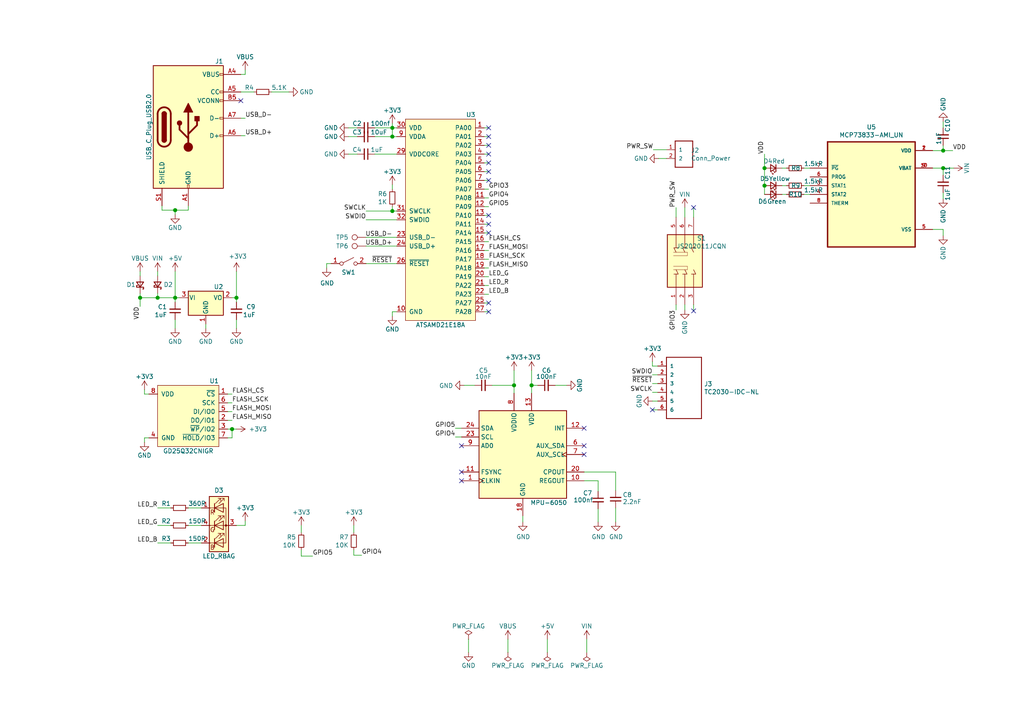
<source format=kicad_sch>
(kicad_sch (version 20200827) (generator eeschema)
  (page 1 1)
  (paper "A4")
  (title_block (title "WheelieLogger") (rev "2"))
  (lib_symbols
    (symbol "B2B-PH-SM4-TB_LF__SN_:B2B-PH-SM4-TB(LF)(SN)" (pin_names (offset 1.016))
      (property "Reference" "J" (at -2.54 3.048 0))
      (property "Value" "B2B-PH-SM4-TB(LF)(SN)" (at -2.54 -7.62 0))
      (symbol "B2B-PH-SM4-TB(LF)(SN)_0_0"
        (pin passive line (at -5.08 0 0) (length 2.54) (name "1") (number "1"))
        (pin passive line (at -5.08 -2.54 0) (length 2.54) (name "2") (number "2"))
      )
    )
    (symbol "Connector:TestPoint" (pin_numbers hide) (pin_names (offset 0.762) hide)
      (property "Reference" "TP" (at 0 6.858 0))
      (property "Value" "TestPoint" (at 0 5.08 0))
      (symbol "TestPoint_1_1"
        (pin passive line (at 0 0 90) (length 2.54) (name "1") (number "1"))
      )
    )
    (symbol "Connector:USB_C_Plug_USB2.0" (pin_names (offset 1.016))
      (property "Reference" "P" (at -10.16 19.05 0))
      (property "Value" "USB_C_Plug_USB2.0" (at 12.7 19.05 0))
      (symbol "USB_C_Plug_USB2.0_1_1"
        (pin power_in line (at 0 -22.86 90) (length 5.08) (name "GND") (number "A1"))
        (pin passive line (at 0 -22.86 90) (length 5.08) hide (name "GND") (number "A12"))
        (pin power_in line (at 15.24 15.24 180) (length 5.08) (name "VBUS") (number "A4"))
        (pin bidirectional line (at 15.24 10.16 180) (length 5.08) (name "CC") (number "A5"))
        (pin bidirectional line (at 15.24 -2.54 180) (length 5.08) (name "D+") (number "A6"))
        (pin bidirectional line (at 15.24 2.54 180) (length 5.08) (name "D-") (number "A7"))
        (pin passive line (at 15.24 15.24 180) (length 5.08) hide (name "VBUS") (number "A9"))
        (pin passive line (at 0 -22.86 90) (length 5.08) hide (name "GND") (number "B1"))
        (pin passive line (at 0 -22.86 90) (length 5.08) hide (name "GND") (number "B12"))
        (pin passive line (at 15.24 15.24 180) (length 5.08) hide (name "VBUS") (number "B4"))
        (pin bidirectional line (at 15.24 7.62 180) (length 5.08) (name "VCONN") (number "B5"))
        (pin passive line (at 15.24 15.24 180) (length 5.08) hide (name "VBUS") (number "B9"))
        (pin passive line (at -7.62 -22.86 90) (length 5.08) (name "SHIELD") (number "S1"))
      )
    )
    (symbol "Device:C_Small" (pin_numbers hide) (pin_names (offset 0.254) hide)
      (property "Reference" "C" (at 0.254 1.778 0))
      (property "Value" "C_Small" (at 0.254 -2.032 0))
      (symbol "C_Small_1_1"
        (pin passive line (at 0 2.54 270) (length 2.032) (name "~") (number "1"))
        (pin passive line (at 0 -2.54 90) (length 2.032) (name "~") (number "2"))
      )
    )
    (symbol "Device:D_Schottky_Small" (pin_numbers hide) (pin_names (offset 0.254) hide)
      (property "Reference" "D" (at -1.27 2.032 0))
      (property "Value" "D_Schottky_Small" (at -7.112 -2.032 0))
      (symbol "D_Schottky_Small_1_1"
        (pin passive line (at -2.54 0 0) (length 1.778) (name "K") (number "1"))
        (pin passive line (at 2.54 0 180) (length 1.778) (name "A") (number "2"))
      )
    )
    (symbol "Device:LED_Small" (pin_numbers hide) (pin_names (offset 0.254) hide)
      (property "Reference" "D" (at -1.27 3.175 0))
      (property "Value" "LED_Small" (at -4.445 -2.54 0))
      (symbol "LED_Small_1_1"
        (pin passive line (at -2.54 0 0) (length 1.778) (name "K") (number "1"))
        (pin passive line (at 2.54 0 180) (length 1.778) (name "A") (number "2"))
      )
    )
    (symbol "Device:R_Small" (pin_numbers hide) (pin_names (offset 0.254) hide)
      (property "Reference" "R" (at 0.762 0.508 0))
      (property "Value" "R_Small" (at 0.762 -1.016 0))
      (symbol "R_Small_1_1"
        (pin passive line (at 0 2.54 270) (length 0.762) (name "~") (number "1"))
        (pin passive line (at 0 -2.54 90) (length 0.762) (name "~") (number "2"))
      )
    )
    (symbol "JS202011JCQN:JS202011JCQN_1" (pin_names (offset 1.016) hide)
      (property "Reference" "S" (at -7.62 6.35 0))
      (property "Value" "JS202011JCQN" (at -7.62 -6.35 0))
      (symbol "JS202011JCQN_1_0_0"
        (pin passive line (at -12.7 2.54 0) (length 5.08) (name "~") (number "1"))
        (pin passive line (at -12.7 0 0) (length 5.08) (name "~") (number "2"))
        (pin passive line (at -12.7 -2.54 0) (length 5.08) (name "~") (number "3"))
        (pin passive line (at 12.7 2.54 180) (length 5.08) (name "~") (number "5"))
        (pin passive line (at 12.7 0 180) (length 5.08) (name "~") (number "6"))
        (pin passive line (at 12.7 -2.54 180) (length 5.08) (name "~") (number "7"))
      )
    )
    (symbol "MCP73833-AMI_UN:MCP73833-AMI_UN" (pin_names (offset 1.016))
      (property "Reference" "U" (at -12.7 16.2306 0))
      (property "Value" "MCP73833-AMI_UN" (at -12.7 -19.2278 0))
      (symbol "MCP73833-AMI_UN_0_0"
        (pin input line (at -17.78 7.62 0) (length 5.08) (name "~PG") (number "7"))
        (pin input line (at -17.78 5.08 0) (length 5.08) (name "PROG") (number "6"))
        (pin input line (at -17.78 2.54 0) (length 5.08) (name "STAT1") (number "3"))
        (pin input line (at -17.78 0 0) (length 5.08) (name "STAT2") (number "4"))
        (pin input line (at -17.78 -2.54 0) (length 5.08) (name "THERM") (number "8"))
        (pin power_in line (at 17.78 12.7 180) (length 5.08) (name "VDD") (number "1"))
        (pin power_in line (at 17.78 12.7 180) (length 5.08) (name "VDD") (number "2"))
        (pin output line (at 17.78 7.62 180) (length 5.08) (name "VBAT") (number "10"))
        (pin output line (at 17.78 7.62 180) (length 5.08) (name "VBAT") (number "9"))
        (pin power_in line (at 17.78 -10.16 180) (length 5.08) (name "VSS") (number "5"))
      )
    )
    (symbol "Regulator_Linear:MCP1700-3302E_SOT23" (pin_names (offset 0.254))
      (property "Reference" "U" (at -3.81 3.175 0))
      (property "Value" "MCP1700-3302E_SOT23" (at 0 3.175 0))
      (symbol "MCP1700-3302E_SOT23_1_1"
        (pin power_in line (at 0 -7.62 90) (length 2.54) (name "GND") (number "1"))
        (pin power_out line (at 7.62 0 180) (length 2.54) (name "VO") (number "2"))
        (pin power_in line (at -7.62 0 0) (length 2.54) (name "VI") (number "3"))
      )
    )
    (symbol "Sensor_Motion:MPU-6050"
      (property "Reference" "U" (at -11.43 13.97 0))
      (property "Value" "MPU-6050" (at 7.62 -13.97 0))
      (symbol "MPU-6050_1_1"
        (pin input clock (at -17.78 -7.62 0) (length 5.08) (name "CLKIN") (number "1"))
        (pin passive line (at 17.78 -7.62 180) (length 5.08) (name "REGOUT") (number "10"))
        (pin input line (at -17.78 -5.08 0) (length 5.08) (name "FSYNC") (number "11"))
        (pin output line (at 17.78 7.62 180) (length 5.08) (name "INT") (number "12"))
        (pin power_in line (at 2.54 17.78 270) (length 5.08) (name "VDD") (number "13"))
        (pin power_in line (at 0 -17.78 90) (length 5.08) (name "GND") (number "18"))
        (pin passive line (at 17.78 -5.08 180) (length 5.08) (name "CPOUT") (number "20"))
        (pin input line (at -17.78 5.08 0) (length 5.08) (name "SCL") (number "23"))
        (pin bidirectional line (at -17.78 7.62 0) (length 5.08) (name "SDA") (number "24"))
        (pin bidirectional line (at 17.78 2.54 180) (length 5.08) (name "AUX_SDA") (number "6"))
        (pin output clock (at 17.78 0 180) (length 5.08) (name "AUX_SCL") (number "7"))
        (pin power_in line (at -2.54 17.78 270) (length 5.08) (name "VDDIO") (number "8"))
        (pin input line (at -17.78 2.54 0) (length 5.08) (name "AD0") (number "9"))
      )
    )
    (symbol "Switch:SW_SPST" (pin_names (offset 0) hide)
      (property "Reference" "SW" (at 0 3.175 0))
      (property "Value" "SW_SPST" (at 0 -2.54 0))
      (symbol "SW_SPST_1_1"
        (pin passive line (at -5.08 0 0) (length 2.54) (name "A") (number "1"))
        (pin passive line (at 5.08 0 180) (length 2.54) (name "B") (number "2"))
      )
    )
    (symbol "TC2030-IDC-NL:TC2030-IDC-NL" (pin_names (offset 1.016))
      (property "Reference" "J" (at -5.08 12.7254 0))
      (property "Value" "TC2030-IDC-NL" (at -5.08 -10.16 0))
      (symbol "TC2030-IDC-NL_0_0"
        (pin passive line (at -7.62 7.62 0) (length 2.54) (name "1") (number "1"))
        (pin passive line (at -7.62 5.08 0) (length 2.54) (name "2") (number "2"))
        (pin passive line (at -7.62 2.54 0) (length 2.54) (name "3") (number "3"))
        (pin passive line (at -7.62 0 0) (length 2.54) (name "4") (number "4"))
        (pin passive line (at -7.62 -2.54 0) (length 2.54) (name "5") (number "5"))
        (pin passive line (at -7.62 -5.08 0) (length 2.54) (name "6") (number "6"))
      )
    )
    (symbol "WheelieLogger-rescue:ATSAMD21E1xA-MCU_Microchip_SAMD_Extra-serpente_plug_c-rescue" (pin_names (offset 1.016))
      (property "Reference" "U" (at 10.16 31.75 0))
      (property "Value" "ATSAMD21E1xA-MCU_Microchip_SAMD_Extra-serpente_plug_c-rescue" (at 0 -29.21 0))
      (symbol "ATSAMD21E1xA-MCU_Microchip_SAMD_Extra-serpente_plug_c-rescue_1_1"
        (pin bidirectional line (at 12.7 27.94 180) (length 2.54) (name "PA00") (number "1"))
        (pin power_in line (at -12.7 -25.4 0) (length 2.54) (name "GND") (number "10"))
        (pin bidirectional line (at 12.7 7.62 180) (length 2.54) (name "PA08") (number "11"))
        (pin bidirectional line (at 12.7 5.08 180) (length 2.54) (name "PA09") (number "12"))
        (pin bidirectional line (at 12.7 2.54 180) (length 2.54) (name "PA10") (number "13"))
        (pin bidirectional line (at 12.7 0 180) (length 2.54) (name "PA11") (number "14"))
        (pin bidirectional line (at 12.7 -2.54 180) (length 2.54) (name "PA14") (number "15"))
        (pin bidirectional line (at 12.7 -5.08 180) (length 2.54) (name "PA15") (number "16"))
        (pin bidirectional line (at 12.7 -7.62 180) (length 2.54) (name "PA16") (number "17"))
        (pin bidirectional line (at 12.7 -10.16 180) (length 2.54) (name "PA17") (number "18"))
        (pin bidirectional line (at 12.7 -12.7 180) (length 2.54) (name "PA18") (number "19"))
        (pin bidirectional line (at 12.7 25.4 180) (length 2.54) (name "PA01") (number "2"))
        (pin bidirectional line (at 12.7 -15.24 180) (length 2.54) (name "PA19") (number "20"))
        (pin bidirectional line (at 12.7 -17.78 180) (length 2.54) (name "PA22") (number "21"))
        (pin bidirectional line (at 12.7 -20.32 180) (length 2.54) (name "PA23") (number "22"))
        (pin bidirectional line (at -12.7 -3.81 0) (length 2.54) (name "USB_D-") (number "23"))
        (pin bidirectional line (at -12.7 -6.35 0) (length 2.54) (name "USB_D+") (number "24"))
        (pin bidirectional line (at 12.7 -22.86 180) (length 2.54) (name "PA27") (number "25"))
        (pin input line (at -12.7 -11.43 0) (length 2.54) (name "~RESET~") (number "26"))
        (pin bidirectional line (at 12.7 -25.4 180) (length 2.54) (name "PA28") (number "27"))
        (pin passive line (at -12.7 -25.4 0) (length 2.54) hide (name "GND") (number "28"))
        (pin power_out line (at -12.7 20.32 0) (length 2.54) (name "VDDCORE") (number "29"))
        (pin bidirectional line (at 12.7 22.86 180) (length 2.54) (name "PA02") (number "3"))
        (pin power_in line (at -12.7 27.94 0) (length 2.54) (name "VDD") (number "30"))
        (pin input line (at -12.7 3.81 0) (length 2.54) (name "SWCLK") (number "31"))
        (pin bidirectional line (at -12.7 1.27 0) (length 2.54) (name "SWDIO") (number "32"))
        (pin bidirectional line (at 12.7 20.32 180) (length 2.54) (name "PA03") (number "4"))
        (pin bidirectional line (at 12.7 17.78 180) (length 2.54) (name "PA04") (number "5"))
        (pin bidirectional line (at 12.7 15.24 180) (length 2.54) (name "PA05") (number "6"))
        (pin bidirectional line (at 12.7 12.7 180) (length 2.54) (name "PA06") (number "7"))
        (pin bidirectional line (at 12.7 10.16 180) (length 2.54) (name "PA07") (number "8"))
        (pin power_in line (at -12.7 25.4 0) (length 2.54) (name "VDDA") (number "9"))
      )
    )
    (symbol "WheelieLogger-rescue:GD25Q32C-Memory_Flash_Extra-serpente_plug_c-rescue" (pin_names (offset 1.016))
      (property "Reference" "U" (at 8.89 10.16 0))
      (property "Value" "GD25Q32C-Memory_Flash_Extra-serpente_plug_c-rescue" (at 0 -10.16 0))
      (symbol "GD25Q32C-Memory_Flash_Extra-serpente_plug_c-rescue_1_1"
        (pin input line (at 11.43 6.35 180) (length 2.54) (name "~CS~") (number "1"))
        (pin bidirectional line (at 11.43 -1.27 180) (length 2.54) (name "DO/IO1") (number "2"))
        (pin bidirectional line (at 11.43 -3.81 180) (length 2.54) (name "~WP~/IO2") (number "3"))
        (pin power_in line (at -11.43 -6.35 0) (length 2.54) (name "GND") (number "4"))
        (pin bidirectional line (at 11.43 1.27 180) (length 2.54) (name "DI/IO0") (number "5"))
        (pin input line (at 11.43 3.81 180) (length 2.54) (name "SCK") (number "6"))
        (pin bidirectional line (at 11.43 -6.35 180) (length 2.54) (name "~HOLD~/IO3") (number "7"))
        (pin power_in line (at -11.43 6.35 0) (length 2.54) (name "VDD") (number "8"))
      )
    )
    (symbol "WheelieLogger-rescue:LED_RBAG-Device_Extra-serpente_plug_c-rescue" (pin_names (offset 0) hide)
      (property "Reference" "D" (at 0 9.398 0))
      (property "Value" "LED_RBAG-Device_Extra-serpente_plug_c-rescue" (at 0 -8.89 0))
      (symbol "LED_RBAG-Device_Extra-serpente_plug_c-rescue_0_0"
        (text "B" (at -1.905 -6.35 0) (effects (font (size 1.27 1.27))))
        (text "G" (at -1.905 -1.27 0) (effects (font (size 1.27 1.27))))
        (text "R" (at -1.905 3.81 0) (effects (font (size 1.27 1.27))))
      )
      (symbol "LED_RBAG-Device_Extra-serpente_plug_c-rescue_1_1"
        (pin passive line (at -5.08 5.08 0) (length 2.54) (name "RK") (number "1"))
        (pin passive line (at -5.08 -5.08 0) (length 2.54) (name "BK") (number "2"))
        (pin passive line (at 5.08 0 180) (length 2.54) (name "A") (number "3"))
        (pin passive line (at -5.08 0 0) (length 2.54) (name "GK") (number "4"))
      )
    )
    (symbol "WheelieLogger-rescue:VIN-power_extra-serpente_plug_c-rescue" (power) (pin_names (offset 0))
      (property "Value" "VIN-power_extra-serpente_plug_c-rescue" (at 0 3.556 0))
      (symbol "VIN-power_extra-serpente_plug_c-rescue_1_1"
        (pin power_in line (at 0 0 90) (length 0) hide (name "VIN") (number "1"))
      )
    )
    (symbol "power:+3.3V" (power) (pin_names (offset 0))
      (property "Value" "+3.3V" (at 0 3.556 0))
      (symbol "+3.3V_1_1"
        (pin power_in line (at 0 0 90) (length 0) hide (name "+3V3") (number "1"))
      )
    )
    (symbol "power:+5V" (power) (pin_names (offset 0))
      (property "Value" "+5V" (at 0 3.556 0))
      (symbol "+5V_1_1"
        (pin power_in line (at 0 0 90) (length 0) hide (name "+5V") (number "1"))
      )
    )
    (symbol "power:GND" (power) (pin_names (offset 0))
      (property "Value" "GND" (at 0 -3.81 0))
      (symbol "GND_1_1"
        (pin power_in line (at 0 0 270) (length 0) hide (name "GND") (number "1"))
      )
    )
    (symbol "power:PWR_FLAG" (power) (pin_numbers hide) (pin_names (offset 0) hide)
      (property "Value" "PWR_FLAG" (at 0 3.81 0))
      (symbol "PWR_FLAG_0_0"
        (pin power_out line (at 0 0 90) (length 0) (name "pwr") (number "1"))
      )
    )
    (symbol "power:VBUS" (power) (pin_names (offset 0))
      (property "Value" "VBUS" (at 0 3.81 0))
      (symbol "VBUS_1_1"
        (pin power_in line (at 0 0 90) (length 0) hide (name "VBUS") (number "1"))
      )
    )
  )
  (junction (at 40.64 86.36) (diameter 1.016))
  (junction (at 45.72 86.36) (diameter 1.016))
  (junction (at 50.8 60.96) (diameter 1.016))
  (junction (at 50.8 86.36) (diameter 1.016))
  (junction (at 67.31 124.46) (diameter 1.016))
  (junction (at 68.58 86.36) (diameter 1.016))
  (junction (at 113.792 37.084) (diameter 1.016))
  (junction (at 113.792 39.624) (diameter 1.016))
  (junction (at 113.792 61.214) (diameter 1.016))
  (junction (at 149.098 111.76) (diameter 1.016))
  (junction (at 154.178 111.76) (diameter 1.016))
  (junction (at 221.742 48.768) (diameter 1.016))
  (junction (at 221.742 53.848) (diameter 1.016))
  (junction (at 273.558 43.688) (diameter 1.016))
  (junction (at 273.558 48.768) (diameter 1.016))
  (no_connect (at 201.168 60.198))
  (no_connect (at 201.168 90.17))
  (no_connect (at 141.732 44.704))
  (no_connect (at 133.858 139.446))
  (no_connect (at 141.732 39.624))
  (no_connect (at 141.732 47.244))
  (no_connect (at 133.858 136.906))
  (no_connect (at 141.732 42.164))
  (no_connect (at 141.732 62.484))
  (no_connect (at 69.85 29.21))
  (no_connect (at 133.858 129.286))
  (no_connect (at 141.732 49.784))
  (no_connect (at 169.418 124.206))
  (no_connect (at 169.418 129.286))
  (no_connect (at 141.732 90.424))
  (no_connect (at 169.418 131.826))
  (no_connect (at 141.732 52.324))
  (no_connect (at 189.23 118.872))
  (no_connect (at 141.732 65.024))
  (no_connect (at 141.732 37.084))
  (no_connect (at 141.732 87.884))
  (no_connect (at 141.732 67.564))
  (wire (pts (xy 40.64 80.01) (xy 40.64 78.74)))
  (wire (pts (xy 40.64 86.36) (xy 40.64 85.09)))
  (wire (pts (xy 40.64 86.36) (xy 40.64 88.9)))
  (wire (pts (xy 41.91 114.3) (xy 41.91 113.03)))
  (wire (pts (xy 41.91 127) (xy 41.91 128.27)))
  (wire (pts (xy 43.18 114.3) (xy 41.91 114.3)))
  (wire (pts (xy 43.18 127) (xy 41.91 127)))
  (wire (pts (xy 45.72 80.01) (xy 45.72 78.74)))
  (wire (pts (xy 45.72 85.09) (xy 45.72 86.36)))
  (wire (pts (xy 45.72 86.36) (xy 40.64 86.36)))
  (wire (pts (xy 45.72 86.36) (xy 50.8 86.36)))
  (wire (pts (xy 45.72 157.48) (xy 49.53 157.48)))
  (wire (pts (xy 46.99 59.69) (xy 46.99 60.96)))
  (wire (pts (xy 46.99 60.96) (xy 50.8 60.96)))
  (wire (pts (xy 49.53 147.32) (xy 45.72 147.32)))
  (wire (pts (xy 49.53 152.4) (xy 45.72 152.4)))
  (wire (pts (xy 50.8 60.96) (xy 50.8 62.23)))
  (wire (pts (xy 50.8 60.96) (xy 54.61 60.96)))
  (wire (pts (xy 50.8 86.36) (xy 50.8 78.74)))
  (wire (pts (xy 50.8 86.36) (xy 50.8 87.63)))
  (wire (pts (xy 50.8 92.71) (xy 50.8 95.25)))
  (wire (pts (xy 52.07 86.36) (xy 50.8 86.36)))
  (wire (pts (xy 54.61 60.96) (xy 54.61 59.69)))
  (wire (pts (xy 54.61 147.32) (xy 58.42 147.32)))
  (wire (pts (xy 54.61 152.4) (xy 58.42 152.4)))
  (wire (pts (xy 54.61 157.48) (xy 58.42 157.48)))
  (wire (pts (xy 59.69 93.98) (xy 59.69 95.25)))
  (wire (pts (xy 66.04 114.3) (xy 67.31 114.3)))
  (wire (pts (xy 66.04 116.84) (xy 67.31 116.84)))
  (wire (pts (xy 66.04 119.38) (xy 67.31 119.38)))
  (wire (pts (xy 66.04 121.92) (xy 67.31 121.92)))
  (wire (pts (xy 66.04 124.46) (xy 67.31 124.46)))
  (wire (pts (xy 66.04 127) (xy 67.31 127)))
  (wire (pts (xy 67.31 86.36) (xy 68.58 86.36)))
  (wire (pts (xy 67.31 124.46) (xy 68.58 124.46)))
  (wire (pts (xy 67.31 127) (xy 67.31 124.46)))
  (wire (pts (xy 68.58 78.74) (xy 68.58 86.36)))
  (wire (pts (xy 68.58 86.36) (xy 68.58 87.63)))
  (wire (pts (xy 68.58 92.71) (xy 68.58 95.25)))
  (wire (pts (xy 68.58 152.4) (xy 71.12 152.4)))
  (wire (pts (xy 69.85 21.59) (xy 71.12 21.59)))
  (wire (pts (xy 69.85 26.67) (xy 73.66 26.67)))
  (wire (pts (xy 69.85 34.29) (xy 71.12 34.29)))
  (wire (pts (xy 69.85 39.37) (xy 71.12 39.37)))
  (wire (pts (xy 71.12 21.59) (xy 71.12 20.32)))
  (wire (pts (xy 71.12 152.4) (xy 71.12 151.13)))
  (wire (pts (xy 78.74 26.67) (xy 83.82 26.67)))
  (wire (pts (xy 87.376 152.4) (xy 87.376 154.432)))
  (wire (pts (xy 87.376 161.29) (xy 87.376 159.512)))
  (wire (pts (xy 90.678 161.29) (xy 87.376 161.29)))
  (wire (pts (xy 94.742 76.454) (xy 94.742 77.724)))
  (wire (pts (xy 96.012 76.454) (xy 94.742 76.454)))
  (wire (pts (xy 102.616 152.4) (xy 102.616 154.432)))
  (wire (pts (xy 102.616 161.036) (xy 102.616 159.512)))
  (wire (pts (xy 103.632 37.084) (xy 101.092 37.084)))
  (wire (pts (xy 103.632 39.624) (xy 101.092 39.624)))
  (wire (pts (xy 103.632 44.704) (xy 101.092 44.704)))
  (wire (pts (xy 104.902 161.036) (xy 102.616 161.036)))
  (wire (pts (xy 106.172 61.214) (xy 113.792 61.214)))
  (wire (pts (xy 106.172 63.754) (xy 115.062 63.754)))
  (wire (pts (xy 106.172 68.834) (xy 115.062 68.834)))
  (wire (pts (xy 106.172 71.374) (xy 115.062 71.374)))
  (wire (pts (xy 106.172 76.454) (xy 115.062 76.454)))
  (wire (pts (xy 108.712 39.624) (xy 113.792 39.624)))
  (wire (pts (xy 113.792 37.084) (xy 108.712 37.084)))
  (wire (pts (xy 113.792 37.084) (xy 113.792 35.814)))
  (wire (pts (xy 113.792 39.624) (xy 113.792 37.084)))
  (wire (pts (xy 113.792 54.864) (xy 113.792 53.594)))
  (wire (pts (xy 113.792 59.944) (xy 113.792 61.214)))
  (wire (pts (xy 113.792 61.214) (xy 115.062 61.214)))
  (wire (pts (xy 113.792 90.424) (xy 113.792 91.694)))
  (wire (pts (xy 115.062 37.084) (xy 113.792 37.084)))
  (wire (pts (xy 115.062 39.624) (xy 113.792 39.624)))
  (wire (pts (xy 115.062 44.704) (xy 108.712 44.704)))
  (wire (pts (xy 115.062 90.424) (xy 113.792 90.424)))
  (wire (pts (xy 132.08 124.206) (xy 133.858 124.206)))
  (wire (pts (xy 132.08 126.746) (xy 133.858 126.746)))
  (wire (pts (xy 134.62 111.76) (xy 137.668 111.76)))
  (wire (pts (xy 135.89 185.42) (xy 135.89 189.23)))
  (wire (pts (xy 140.462 37.084) (xy 141.732 37.084)))
  (wire (pts (xy 140.462 39.624) (xy 141.732 39.624)))
  (wire (pts (xy 140.462 42.164) (xy 141.732 42.164)))
  (wire (pts (xy 140.462 44.704) (xy 141.732 44.704)))
  (wire (pts (xy 140.462 47.244) (xy 141.732 47.244)))
  (wire (pts (xy 140.462 49.784) (xy 141.732 49.784)))
  (wire (pts (xy 140.462 52.324) (xy 141.732 52.324)))
  (wire (pts (xy 140.462 54.864) (xy 141.732 54.864)))
  (wire (pts (xy 140.462 57.404) (xy 141.732 57.404)))
  (wire (pts (xy 140.462 59.944) (xy 141.732 59.944)))
  (wire (pts (xy 140.462 62.484) (xy 141.732 62.484)))
  (wire (pts (xy 140.462 65.024) (xy 141.732 65.024)))
  (wire (pts (xy 140.462 67.564) (xy 141.732 67.564)))
  (wire (pts (xy 140.462 70.104) (xy 141.732 70.104)))
  (wire (pts (xy 140.462 72.644) (xy 141.732 72.644)))
  (wire (pts (xy 140.462 75.184) (xy 141.732 75.184)))
  (wire (pts (xy 140.462 77.724) (xy 141.732 77.724)))
  (wire (pts (xy 140.462 80.264) (xy 141.732 80.264)))
  (wire (pts (xy 140.462 82.804) (xy 141.732 82.804)))
  (wire (pts (xy 140.462 85.344) (xy 141.732 85.344)))
  (wire (pts (xy 140.462 87.884) (xy 141.732 87.884)))
  (wire (pts (xy 140.462 90.424) (xy 141.732 90.424)))
  (wire (pts (xy 142.748 111.76) (xy 149.098 111.76)))
  (wire (pts (xy 147.32 185.42) (xy 147.32 189.23)))
  (wire (pts (xy 149.098 107.442) (xy 149.098 111.76)))
  (wire (pts (xy 149.098 111.76) (xy 149.098 114.046)))
  (wire (pts (xy 151.638 149.606) (xy 151.638 151.384)))
  (wire (pts (xy 154.178 107.442) (xy 154.178 111.76)))
  (wire (pts (xy 154.178 111.76) (xy 154.178 114.046)))
  (wire (pts (xy 154.178 111.76) (xy 155.956 111.76)))
  (wire (pts (xy 158.75 185.42) (xy 158.75 189.23)))
  (wire (pts (xy 161.036 111.76) (xy 164.338 111.76)))
  (wire (pts (xy 169.418 136.906) (xy 178.562 136.906)))
  (wire (pts (xy 169.418 139.446) (xy 173.482 139.446)))
  (wire (pts (xy 170.18 185.42) (xy 170.18 189.23)))
  (wire (pts (xy 173.482 139.446) (xy 173.482 142.494)))
  (wire (pts (xy 173.482 147.574) (xy 173.482 151.384)))
  (wire (pts (xy 178.562 136.906) (xy 178.562 142.24)))
  (wire (pts (xy 178.562 147.32) (xy 178.562 151.384)))
  (wire (pts (xy 189.23 104.902) (xy 189.23 106.172)))
  (wire (pts (xy 189.23 106.172) (xy 190.754 106.172)))
  (wire (pts (xy 189.23 108.712) (xy 190.754 108.712)))
  (wire (pts (xy 189.23 111.252) (xy 190.754 111.252)))
  (wire (pts (xy 189.23 113.792) (xy 190.754 113.792)))
  (wire (pts (xy 189.23 116.332) (xy 190.754 116.332)))
  (wire (pts (xy 189.23 118.872) (xy 190.754 118.872)))
  (wire (pts (xy 189.484 43.434) (xy 193.294 43.434)))
  (wire (pts (xy 191.008 45.974) (xy 193.294 45.974)))
  (wire (pts (xy 196.088 60.198) (xy 196.088 62.992)))
  (wire (pts (xy 196.088 88.392) (xy 196.088 89.916)))
  (wire (pts (xy 198.628 60.198) (xy 198.628 62.992)))
  (wire (pts (xy 198.628 88.392) (xy 198.628 89.916)))
  (wire (pts (xy 201.168 60.198) (xy 201.168 62.992)))
  (wire (pts (xy 201.168 88.392) (xy 201.168 90.17)))
  (wire (pts (xy 221.742 44.704) (xy 221.742 48.768)))
  (wire (pts (xy 221.742 48.768) (xy 221.742 53.848)))
  (wire (pts (xy 221.742 53.848) (xy 221.742 56.388)))
  (wire (pts (xy 226.822 48.768) (xy 228.092 48.768)))
  (wire (pts (xy 226.822 53.848) (xy 228.092 53.848)))
  (wire (pts (xy 226.822 56.388) (xy 228.092 56.388)))
  (wire (pts (xy 233.172 48.768) (xy 234.95 48.768)))
  (wire (pts (xy 233.172 53.848) (xy 234.95 53.848)))
  (wire (pts (xy 233.172 56.388) (xy 234.95 56.388)))
  (wire (pts (xy 270.51 43.688) (xy 273.558 43.688)))
  (wire (pts (xy 270.51 48.768) (xy 273.558 48.768)))
  (wire (pts (xy 270.51 66.548) (xy 273.558 66.548)))
  (wire (pts (xy 273.558 35.306) (xy 273.558 37.084)))
  (wire (pts (xy 273.558 42.164) (xy 273.558 43.688)))
  (wire (pts (xy 273.558 43.688) (xy 276.352 43.688)))
  (wire (pts (xy 273.558 48.768) (xy 273.558 50.8)))
  (wire (pts (xy 273.558 48.768) (xy 276.606 48.768)))
  (wire (pts (xy 273.558 55.88) (xy 273.558 57.658)))
  (wire (pts (xy 273.558 66.548) (xy 273.558 68.326)))
  (label "VDD" (at 40.64 88.9 270))
  (label "LED_R" (at 45.72 147.32 180))
  (label "LED_G" (at 45.72 152.4 180))
  (label "LED_B" (at 45.72 157.48 180))
  (label "FLASH_CS" (at 67.31 114.3 0))
  (label "FLASH_SCK" (at 67.31 116.84 0))
  (label "FLASH_MOSI" (at 67.31 119.38 0))
  (label "FLASH_MISO" (at 67.31 121.92 0))
  (label "USB_D-" (at 71.12 34.29 0))
  (label "USB_D+" (at 71.12 39.37 0))
  (label "GPIO5" (at 90.678 161.29 0))
  (label "GPIO4" (at 104.902 161.036 0))
  (label "SWCLK" (at 106.172 61.214 180))
  (label "SWDIO" (at 106.172 63.754 180))
  (label "USB_D-" (at 113.792 68.834 180))
  (label "USB_D+" (at 113.792 71.374 180))
  (label "~RESET~" (at 113.792 76.454 180))
  (label "GPIO5" (at 132.08 124.206 180))
  (label "GPIO4" (at 132.08 126.746 180))
  (label "GPIO3" (at 141.732 54.864 0))
  (label "GPIO4" (at 141.732 57.404 0))
  (label "GPIO5" (at 141.732 59.944 0))
  (label "FLASH_CS" (at 141.732 70.104 0))
  (label "FLASH_MOSI" (at 141.732 72.644 0))
  (label "FLASH_SCK" (at 141.732 75.184 0))
  (label "FLASH_MISO" (at 141.732 77.724 0))
  (label "LED_G" (at 141.732 80.264 0))
  (label "LED_R" (at 141.732 82.804 0))
  (label "LED_B" (at 141.732 85.344 0))
  (label "SWDIO" (at 189.23 108.712 180))
  (label "~RESET~" (at 189.23 111.252 180))
  (label "SWCLK" (at 189.23 113.792 180))
  (label "PWR_SW" (at 189.484 43.434 180))
  (label "PWR_SW" (at 196.088 60.198 90))
  (label "GPIO3" (at 196.088 89.916 270))
  (label "VDD" (at 221.742 44.704 90))
  (label "VDD" (at 276.352 43.688 0))
  (symbol (lib_id "power:PWR_FLAG") (at 135.89 185.42 0) (unit 1)
    (property "Reference" "#FLG0103" (effects hide))
    (property "Value" "PWR_FLAG" (at 135.89 181.61 0))
  )
  (symbol (lib_id "power:PWR_FLAG") (at 147.32 189.23 180) (unit 1)
    (property "Reference" "#FLG0102" (effects hide))
    (property "Value" "PWR_FLAG" (at 147.32 193.04 0))
  )
  (symbol (lib_id "power:PWR_FLAG") (at 158.75 189.23 180) (unit 1)
    (property "Reference" "#FLG0101" (effects hide))
    (property "Value" "PWR_FLAG" (at 158.75 193.04 0))
  )
  (symbol (lib_id "power:PWR_FLAG") (at 170.18 189.23 180) (unit 1)
    (property "Reference" "#FLG0104" (effects hide))
    (property "Value" "PWR_FLAG" (at 170.18 193.04 0))
  )
  (symbol (lib_id "Connector:TestPoint") (at 106.172 68.834 90) (unit 1)
    (property "Reference" "TP5" (at 101.092 68.834 90) (effects (justify left)))
    (property "Value" "TP_USB_D-" (effects hide))
    (property "Footprint" "TestPoint:TestPoint_Pad_D1.0mm" (effects hide))
  )
  (symbol (lib_id "Connector:TestPoint") (at 106.172 71.374 90) (unit 1)
    (property "Reference" "TP6" (at 101.092 71.374 90) (effects (justify left)))
    (property "Value" "TP_USB_D+" (effects hide))
    (property "Footprint" "TestPoint:TestPoint_Pad_D1.0mm" (effects hide))
  )
  (symbol (lib_id "power:VBUS") (at 40.64 78.74 0) (unit 1)
    (property "Reference" "#PWR02" (effects hide))
    (property "Value" "VBUS" (at 40.64 74.93 0))
  )
  (symbol (lib_id "power:+3.3V") (at 41.91 113.03 0) (unit 1)
    (property "Reference" "#PWR07" (effects hide))
    (property "Value" "+3.3V" (at 41.91 109.22 0))
  )
  (symbol (lib_id "WheelieLogger-rescue:VIN-power_extra-serpente_plug_c-rescue") (at 45.72 78.74 0) (unit 1)
    (property "Reference" "#PWR0107" (effects hide))
    (property "Value" "VIN" (at 45.72 74.93 0))
  )
  (symbol (lib_id "power:+5V") (at 50.8 78.74 0) (unit 1)
    (property "Reference" "#PWR05" (effects hide))
    (property "Value" "+5V" (at 50.8 74.93 0))
  )
  (symbol (lib_id "power:+3.3V") (at 68.58 78.74 0) (unit 1)
    (property "Reference" "#PWR011" (effects hide))
    (property "Value" "+3.3V" (at 68.961 74.3458 0))
  )
  (symbol (lib_id "power:+3.3V") (at 68.58 124.46 270) (unit 1)
    (property "Reference" "#PWR0104" (effects hide))
    (property "Value" "+3.3V" (at 77.47 124.46 90) (effects (justify right)))
  )
  (symbol (lib_id "power:VBUS") (at 71.12 20.32 0) (unit 1)
    (property "Reference" "#PWR012" (effects hide))
    (property "Value" "VBUS" (at 71.12 16.51 0))
  )
  (symbol (lib_id "power:+3.3V") (at 71.12 151.13 0) (unit 1)
    (property "Reference" "#PWR010" (effects hide))
    (property "Value" "+3.3V" (at 71.12 147.32 0))
  )
  (symbol (lib_id "power:+3.3V") (at 87.376 152.4 0) (unit 1)
    (property "Reference" "#PWR0113" (effects hide))
    (property "Value" "+3.3V" (at 87.376 148.59 0))
  )
  (symbol (lib_id "power:+3.3V") (at 102.616 152.4 0) (unit 1)
    (property "Reference" "#PWR0114" (effects hide))
    (property "Value" "+3.3V" (at 102.616 148.59 0))
  )
  (symbol (lib_id "power:+3.3V") (at 113.792 35.814 0) (unit 1)
    (property "Reference" "#PWR019" (effects hide))
    (property "Value" "+3.3V" (at 113.792 32.004 0))
  )
  (symbol (lib_id "power:+3.3V") (at 113.792 53.594 0) (unit 1)
    (property "Reference" "#PWR020" (effects hide))
    (property "Value" "+3.3V" (at 113.792 49.784 0))
  )
  (symbol (lib_id "power:VBUS") (at 147.32 185.42 0) (unit 1)
    (property "Reference" "#PWR0102" (effects hide))
    (property "Value" "VBUS" (at 147.32 181.61 0))
  )
  (symbol (lib_id "power:+3.3V") (at 149.098 107.442 0) (unit 1)
    (property "Reference" "#PWR0112" (effects hide))
    (property "Value" "+3.3V" (at 149.098 103.632 0))
  )
  (symbol (lib_id "power:+3.3V") (at 154.178 107.442 0) (unit 1)
    (property "Reference" "#PWR0110" (effects hide))
    (property "Value" "+3.3V" (at 154.178 103.632 0))
  )
  (symbol (lib_id "power:+5V") (at 158.75 185.42 0) (unit 1)
    (property "Reference" "#PWR0101" (effects hide))
    (property "Value" "+5V" (at 158.75 181.61 0))
  )
  (symbol (lib_id "WheelieLogger-rescue:VIN-power_extra-serpente_plug_c-rescue") (at 170.18 185.42 0) (unit 1)
    (property "Reference" "#PWR0105" (effects hide))
    (property "Value" "VIN" (at 170.18 181.61 0))
  )
  (symbol (lib_id "power:+3.3V") (at 189.23 104.902 0) (unit 1)
    (property "Reference" "#PWR0106" (effects hide))
    (property "Value" "+3.3V" (at 189.23 101.092 0))
  )
  (symbol (lib_id "WheelieLogger-rescue:VIN-power_extra-serpente_plug_c-rescue") (at 198.628 60.198 0) (unit 1)
    (property "Reference" "#PWR014" (effects hide))
    (property "Value" "VIN" (at 198.628 56.388 0))
  )
  (symbol (lib_id "WheelieLogger-rescue:VIN-power_extra-serpente_plug_c-rescue") (at 276.606 48.768 270) (unit 1)
    (property "Reference" "#PWR0122" (effects hide))
    (property "Value" "VIN" (at 280.416 48.768 0))
  )
  (symbol (lib_id "power:GND") (at 41.91 128.27 0) (unit 1)
    (property "Reference" "#PWR08" (effects hide))
    (property "Value" "GND" (at 41.91 132.08 0))
  )
  (symbol (lib_id "power:GND") (at 50.8 62.23 0) (unit 1)
    (property "Reference" "#PWR04" (effects hide))
    (property "Value" "GND" (at 50.8 66.04 0))
  )
  (symbol (lib_id "power:GND") (at 50.8 95.25 0) (unit 1)
    (property "Reference" "#PWR06" (effects hide))
    (property "Value" "GND" (at 50.8 99.06 0))
  )
  (symbol (lib_id "power:GND") (at 59.69 95.25 0) (unit 1)
    (property "Reference" "#PWR09" (effects hide))
    (property "Value" "GND" (at 59.69 99.06 0))
  )
  (symbol (lib_id "power:GND") (at 68.58 95.25 0) (unit 1)
    (property "Reference" "#PWR0118" (effects hide))
    (property "Value" "GND" (at 68.58 99.06 0))
  )
  (symbol (lib_id "power:GND") (at 83.82 26.67 90) (unit 1)
    (property "Reference" "#PWR013" (effects hide))
    (property "Value" "GND" (at 88.9 26.67 90))
  )
  (symbol (lib_id "power:GND") (at 94.742 77.724 0) (unit 1)
    (property "Reference" "#PWR018" (effects hide))
    (property "Value" "GND" (at 94.869 82.1182 0))
  )
  (symbol (lib_id "power:GND") (at 101.092 37.084 270) (unit 1)
    (property "Reference" "#PWR015" (effects hide))
    (property "Value" "GND" (at 96.012 37.084 90))
  )
  (symbol (lib_id "power:GND") (at 101.092 39.624 270) (unit 1)
    (property "Reference" "#PWR016" (effects hide))
    (property "Value" "GND" (at 96.012 39.624 90))
  )
  (symbol (lib_id "power:GND") (at 101.092 44.704 270) (unit 1)
    (property "Reference" "#PWR017" (effects hide))
    (property "Value" "GND" (at 96.012 44.704 90))
  )
  (symbol (lib_id "power:GND") (at 113.792 91.694 0) (unit 1)
    (property "Reference" "#PWR021" (effects hide))
    (property "Value" "GND" (at 113.792 95.504 0))
  )
  (symbol (lib_id "power:GND") (at 134.62 111.76 270) (unit 1)
    (property "Reference" "#PWR0111" (effects hide))
    (property "Value" "GND" (at 131.445 111.8743 90) (effects (justify right)))
  )
  (symbol (lib_id "power:GND") (at 135.89 189.23 0) (unit 1)
    (property "Reference" "#PWR0103" (effects hide))
    (property "Value" "GND" (at 135.89 193.04 0))
  )
  (symbol (lib_id "power:GND") (at 151.638 151.384 0) (unit 1)
    (property "Reference" "#PWR0115" (effects hide))
    (property "Value" "GND" (at 151.7523 155.7084 0))
  )
  (symbol (lib_id "power:GND") (at 164.338 111.76 90) (unit 1)
    (property "Reference" "#PWR0109" (effects hide))
    (property "Value" "GND" (at 168.148 111.76 0))
  )
  (symbol (lib_id "power:GND") (at 173.482 151.384 0) (unit 1)
    (property "Reference" "#PWR0117" (effects hide))
    (property "Value" "GND" (at 173.5963 155.7084 0))
  )
  (symbol (lib_id "power:GND") (at 178.562 151.384 0) (unit 1)
    (property "Reference" "#PWR0116" (effects hide))
    (property "Value" "GND" (at 178.6763 155.7084 0))
  )
  (symbol (lib_id "power:GND") (at 189.23 116.332 270) (unit 1)
    (property "Reference" "#PWR0108" (effects hide))
    (property "Value" "GND" (at 185.42 116.332 0))
  )
  (symbol (lib_id "power:GND") (at 191.008 45.974 270) (unit 1)
    (property "Reference" "#PWR03" (effects hide))
    (property "Value" "GND" (at 185.928 45.974 90))
  )
  (symbol (lib_id "power:GND") (at 198.628 89.916 0) (unit 1)
    (property "Reference" "#PWR01" (effects hide))
    (property "Value" "GND" (at 198.628 94.996 90))
  )
  (symbol (lib_id "power:GND") (at 273.558 35.306 180) (unit 1)
    (property "Reference" "#PWR0120" (effects hide))
    (property "Value" "GND" (at 273.558 30.226 90))
  )
  (symbol (lib_id "power:GND") (at 273.558 57.658 0) (unit 1)
    (property "Reference" "#PWR0119" (effects hide))
    (property "Value" "GND" (at 273.558 62.738 90))
  )
  (symbol (lib_id "power:GND") (at 273.558 68.326 0) (unit 1)
    (property "Reference" "#PWR0121" (effects hide))
    (property "Value" "GND" (at 273.558 73.406 90))
  )
  (symbol (lib_id "Device:R_Small") (at 52.07 147.32 270) (unit 1)
    (property "Reference" "R1" (at 49.53 146.05 90) (effects (justify right)))
    (property "Value" "360R" (at 54.61 146.05 90) (effects (justify left)))
    (property "Footprint" "Resistor_SMD:R_0402_1005Metric" (effects hide))
  )
  (symbol (lib_id "Device:R_Small") (at 52.07 152.4 270) (unit 1)
    (property "Reference" "R2" (at 49.53 151.13 90) (effects (justify right)))
    (property "Value" "150R" (at 54.61 151.13 90) (effects (justify left)))
    (property "Footprint" "Resistor_SMD:R_0402_1005Metric" (effects hide))
  )
  (symbol (lib_id "Device:R_Small") (at 52.07 157.48 270) (unit 1)
    (property "Reference" "R3" (at 49.53 156.21 90) (effects (justify right)))
    (property "Value" "150R" (at 54.61 156.21 90) (effects (justify left)))
    (property "Footprint" "Resistor_SMD:R_0402_1005Metric" (effects hide))
  )
  (symbol (lib_id "Device:R_Small") (at 76.2 26.67 270) (unit 1)
    (property "Reference" "R4" (at 73.66 25.4 90) (effects (justify right)))
    (property "Value" "5.1K" (at 78.74 25.4 90) (effects (justify left)))
    (property "Footprint" "Resistor_SMD:R_0402_1005Metric" (effects hide))
  )
  (symbol (lib_id "Device:R_Small") (at 87.376 156.972 0) (mirror x) (unit 1)
    (property "Reference" "R5" (at 85.8774 155.8036 0) (effects (justify right)))
    (property "Value" "10K" (at 85.8774 158.115 0) (effects (justify right)))
    (property "Footprint" "Resistor_SMD:R_0402_1005Metric" (effects hide))
  )
  (symbol (lib_id "Device:R_Small") (at 102.616 156.972 0) (mirror x) (unit 1)
    (property "Reference" "R7" (at 101.1174 155.8036 0) (effects (justify right)))
    (property "Value" "10K" (at 101.1174 158.115 0) (effects (justify right)))
    (property "Footprint" "Resistor_SMD:R_0402_1005Metric" (effects hide))
  )
  (symbol (lib_id "Device:R_Small") (at 113.792 57.404 0) (mirror x) (unit 1)
    (property "Reference" "R6" (at 112.2934 56.2356 0) (effects (justify right)))
    (property "Value" "1K" (at 112.2934 58.547 0) (effects (justify right)))
    (property "Footprint" "Resistor_SMD:R_0402_1005Metric" (effects hide))
  )
  (symbol (lib_id "Device:R_Small") (at 230.632 48.768 270) (unit 1)
    (property "Reference" "R8" (at 232.156 48.768 90) (effects (justify right)))
    (property "Value" "1.5kR" (at 233.172 47.498 90) (effects (justify left)))
    (property "Footprint" "Resistor_SMD:R_0402_1005Metric" (effects hide))
  )
  (symbol (lib_id "Device:R_Small") (at 230.632 53.848 270) (unit 1)
    (property "Reference" "R9" (at 232.156 53.848 90) (effects (justify right)))
    (property "Value" "1.5kR" (at 233.172 52.578 90) (effects (justify left)))
    (property "Footprint" "Resistor_SMD:R_0402_1005Metric" (effects hide))
  )
  (symbol (lib_id "Device:R_Small") (at 230.632 56.388 270) (unit 1)
    (property "Reference" "R10" (at 232.664 56.388 90) (effects (justify right)))
    (property "Value" "1.5kR" (at 233.172 55.118 90) (effects (justify left)))
    (property "Footprint" "Resistor_SMD:R_0402_1005Metric" (effects hide))
  )
  (symbol (lib_id "Device:D_Schottky_Small") (at 40.64 82.55 270) (mirror x) (unit 1)
    (property "Reference" "D1" (at 39.37 82.55 90) (effects (justify right)))
    (property "Value" "D_Schottky_Small" (effects hide))
    (property "Footprint" "Diode_SMD:D_SOD-323_HandSoldering" (effects hide))
    (property "Datasheet" "https://datasheet.lcsc.com/szlcsc/1811051320_MDD-Microdiode-Electronics-B5817WS-SJ_C114023.pdf" (effects hide))
    (property "LCSC" "C114023" (effects hide))
    (property "vendor" "MDD(Microdiode Electronics)" (effects hide))
    (property "vendor part #" "B5817WS-SJ" (effects hide))
    (property "Package" "SOD-323" (effects hide))
    (property "price" "0.39" (effects hide))
  )
  (symbol (lib_id "Device:D_Schottky_Small") (at 45.72 82.55 270) (mirror x) (unit 1)
    (property "Reference" "D2" (at 47.4472 82.55 90) (effects (justify left)))
    (property "Value" "D_Schottky_Small" (effects hide))
    (property "Footprint" "Diode_SMD:D_SOD-323_HandSoldering" (effects hide))
    (property "Datasheet" "https://datasheet.lcsc.com/szlcsc/1811051320_MDD-Microdiode-Electronics-B5817WS-SJ_C114023.pdf" (effects hide))
    (property "Description" "20V 1A 450mV @ 1A SOD-323 Schottky Barrier Diodes (SBD)" (effects hide))
    (property "LCSC" "C114023" (effects hide))
    (property "vendor" "MDD(Microdiode Electronics)" (effects hide))
    (property "vendor part #" "B5817WS-SJ" (effects hide))
    (property "Package" "SOD-323" (effects hide))
    (property "price" "0.39" (effects hide))
  )
  (symbol (lib_id "Device:LED_Small") (at 224.282 48.768 180) (unit 1)
    (property "Reference" "D4" (at 222.758 46.736 0))
    (property "Value" "Red" (at 225.806 46.736 0))
    (property "Footprint" "LED_SMD:LED_0402_1005Metric" (effects hide))
  )
  (symbol (lib_id "Device:LED_Small") (at 224.282 53.848 180) (unit 1)
    (property "Reference" "D5" (at 221.742 51.816 0))
    (property "Value" "Yellow" (at 226.06 51.816 0))
    (property "Footprint" "LED_SMD:LED_0402_1005Metric" (effects hide))
  )
  (symbol (lib_id "Device:LED_Small") (at 224.282 56.388 180) (unit 1)
    (property "Reference" "D6" (at 221.234 58.42 0))
    (property "Value" "Green" (at 225.298 58.42 0))
    (property "Footprint" "LED_SMD:LED_0402_1005Metric" (effects hide))
  )
  (symbol (lib_id "Device:C_Small") (at 50.8 90.17 0) (mirror x) (unit 1)
    (property "Reference" "C1" (at 48.4632 89.0016 0) (effects (justify right)))
    (property "Value" "1uF" (at 48.4632 91.313 0) (effects (justify right)))
    (property "Footprint" "Capacitor_SMD:C_0402_1005Metric" (effects hide))
    (property "Datasheet" "https://datasheet.lcsc.com/szlcsc/2007151105_YAGEO-CC0402KRX7R5BB105_C115046.pdf" (effects hide))
    (property "Description" "1uF ±10% 6.3V X7R 0402 Multilayer Ceramic Capacitors MLCC - SMD/SMT" (effects hide))
    (property "LCSC" "C115046" (effects hide))
    (property "vendor" "YAGEO" (effects hide))
    (property "vendor part #" "CC0402KRX7R5BB105" (effects hide))
    (property "Package" "0402" (effects hide))
    (property "price" "0.57" (effects hide))
  )
  (symbol (lib_id "Device:C_Small") (at 68.58 90.17 0) (mirror x) (unit 1)
    (property "Reference" "C9" (at 74.1172 89.0016 0) (effects (justify right)))
    (property "Value" "1uF" (at 74.1172 91.313 0) (effects (justify right)))
    (property "Footprint" "Capacitor_SMD:C_0402_1005Metric" (effects hide))
    (property "Datasheet" "https://datasheet.lcsc.com/szlcsc/2007151105_YAGEO-CC0402KRX7R5BB105_C115046.pdf" (effects hide))
    (property "Description" "1uF ±10% 6.3V X7R 0402 Multilayer Ceramic Capacitors MLCC - SMD/SMT" (effects hide))
    (property "LCSC" "C115046" (effects hide))
    (property "vendor" "YAGEO" (effects hide))
    (property "vendor part #" "CC0402KRX7R5BB105" (effects hide))
    (property "Package" "0402" (effects hide))
    (property "price" "0.57" (effects hide))
  )
  (symbol (lib_id "Device:C_Small") (at 106.172 37.084 270) (unit 1)
    (property "Reference" "C2" (at 104.902 35.814 90) (effects (justify right)))
    (property "Value" "100nf" (at 107.442 35.814 90) (effects (justify left)))
    (property "Footprint" "Capacitor_SMD:C_0402_1005Metric" (effects hide))
    (property "Datasheet" "https://datasheet.lcsc.com/szlcsc/2006151134_YAGEO-CC0402KRX7R5BB104_C541406.pdf" (effects hide))
    (property "Description" "100nF ±10% 6.3V X7R 0402 Multilayer Ceramic Capacitors MLCC - SMD/SMT" (effects hide))
    (property "LCSC" "C541406" (effects hide))
    (property "vendor" "YAGEO" (effects hide))
    (property "vendor part #" "CC0402KRX7R5BB104" (effects hide))
    (property "Package" "0402" (effects hide))
    (property "price" "0.12" (effects hide))
  )
  (symbol (lib_id "Device:C_Small") (at 106.172 39.624 270) (unit 1)
    (property "Reference" "C3" (at 104.902 38.354 90) (effects (justify right)))
    (property "Value" "10uF" (at 107.442 38.354 90) (effects (justify left)))
    (property "Footprint" "Capacitor_SMD:C_0402_1005Metric" (effects hide))
    (property "Datasheet" "https://datasheet.lcsc.com/szlcsc/1807271825_YAGEO-CC0402MRX5R5BB106_C105884.pdf" (effects hide))
    (property "Description" "10uF ±20% 6.3V X5R 0402 Multilayer Ceramic Capacitors MLCC - SMD/SMT" (effects hide))
    (property "LCSC" "C105884" (effects hide))
    (property "vendor" "YAGEO" (effects hide))
    (property "vendor part #" "CC0402MRX5R5BB106" (effects hide))
    (property "Package" "0402" (effects hide))
    (property "price" "0.59" (effects hide))
  )
  (symbol (lib_id "Device:C_Small") (at 106.172 44.704 270) (unit 1)
    (property "Reference" "C4" (at 104.902 43.434 90) (effects (justify right)))
    (property "Value" "1uF" (at 107.442 43.434 90) (effects (justify left)))
    (property "Footprint" "Capacitor_SMD:C_0402_1005Metric" (effects hide))
    (property "Datasheet" "https://datasheet.lcsc.com/szlcsc/2007151105_YAGEO-CC0402KRX7R5BB105_C115046.pdf" (effects hide))
    (property "Description" "1uF ±10% 6.3V X7R 0402 Multilayer Ceramic Capacitors MLCC - SMD/SMT" (effects hide))
    (property "LCSC" "C115046" (effects hide))
    (property "vendor" "YAGEO" (effects hide))
    (property "vendor part #" "CC0402KRX7R5BB105" (effects hide))
    (property "Package" "0402" (effects hide))
    (property "price" "0.57" (effects hide))
  )
  (symbol (lib_id "Device:C_Small") (at 140.208 111.76 90) (unit 1)
    (property "Reference" "C5" (at 140.208 107.442 90))
    (property "Value" "10nF" (at 140.208 109.22 90))
    (property "Footprint" "Capacitor_SMD:C_0402_1005Metric" (effects hide))
    (property "Datasheet" "https://datasheet.lcsc.com/szlcsc/2006151112_YAGEO-CC0402KRX7R5BB103_C541370.pdf" (effects hide))
    (property "Description" "10nF ±10% 6.3V X7R 0402 Multilayer Ceramic Capacitors MLCC - SMD/SMT" (effects hide))
    (property "LCSC" "C541370" (effects hide))
    (property "vendor" "YAGEO" (effects hide))
    (property "vendor part #" "CC0402KRX7R5BB103" (effects hide))
    (property "Package" "0402" (effects hide))
    (property "price" "0.12" (effects hide))
  )
  (symbol (lib_id "Device:C_Small") (at 158.496 111.76 90) (unit 1)
    (property "Reference" "C6" (at 158.496 107.442 90))
    (property "Value" "100nF" (at 158.496 109.22 90))
    (property "Footprint" "Capacitor_SMD:C_0402_1005Metric" (effects hide))
    (property "Datasheet" "https://datasheet.lcsc.com/szlcsc/2006151134_YAGEO-CC0402KRX7R5BB104_C541406.pdf" (effects hide))
    (property "Description" "100nF ±10% 6.3V X7R 0402 Multilayer Ceramic Capacitors MLCC - SMD/SMT" (effects hide))
    (property "LCSC" "C541406" (effects hide))
    (property "vendor" "YAGEO" (effects hide))
    (property "vendor part #" "CC0402KRX7R5BB104" (effects hide))
    (property "Package" "0402" (effects hide))
    (property "price" "0.12" (effects hide))
  )
  (symbol (lib_id "Device:C_Small") (at 173.482 145.034 0) (unit 1)
    (property "Reference" "C7" (at 170.434 143.002 0))
    (property "Value" "100nf" (at 169.164 145.034 0))
    (property "Footprint" "Capacitor_SMD:C_0402_1005Metric" (effects hide))
    (property "Datasheet" "https://datasheet.lcsc.com/szlcsc/2006151134_YAGEO-CC0402KRX7R5BB104_C541406.pdf" (effects hide))
    (property "Description" "100nF ±10% 6.3V X7R 0402 Multilayer Ceramic Capacitors MLCC - SMD/SMT" (effects hide))
    (property "LCSC" "C541406" (effects hide))
    (property "vendor" "YAGEO" (effects hide))
    (property "vendor part #" "CC0402KRX7R5BB104" (effects hide))
    (property "Package" "0402" (effects hide))
    (property "price" "0.12" (effects hide))
  )
  (symbol (lib_id "Device:C_Small") (at 178.562 144.78 180) (unit 1)
    (property "Reference" "C8" (at 180.594 143.51 0) (effects (justify right)))
    (property "Value" "2.2nF" (at 180.594 145.542 0) (effects (justify right)))
    (property "Footprint" "Capacitor_SMD:C_0402_1005Metric" (effects hide))
    (property "Datasheet" "https://datasheet.lcsc.com/szlcsc/1810241335_YAGEO-CC0402KRX7R9BB222_C106861.pdf" (effects hide))
    (property "Description" "2.2nF ±10% 50V X7R 0402 Multilayer Ceramic Capacitors MLCC - SMD/SMT" (effects hide))
    (property "LCSC" "C106861" (effects hide))
    (property "vendor" "YAGEO" (effects hide))
    (property "vendor part #" "CC0402KRX7R9BB222" (effects hide))
    (property "Package" "0402" (effects hide))
    (property "price" "0.19" (effects hide))
  )
  (symbol (lib_id "Device:C_Small") (at 273.558 39.624 180) (unit 1)
    (property "Reference" "C10" (at 274.828 38.354 90) (effects (justify right)))
    (property "Value" "1uF" (at 272.288 38.354 90) (effects (justify left)))
    (property "Footprint" "Capacitor_SMD:C_0402_1005Metric" (effects hide))
    (property "Datasheet" "https://datasheet.lcsc.com/szlcsc/2007151105_YAGEO-CC0402KRX7R5BB105_C115046.pdf" (effects hide))
    (property "LCSC" "C115046" (effects hide))
    (property "vendor" "YAGEO" (effects hide))
    (property "vendor part #" "CC0402KRX7R5BB105" (effects hide))
    (property "Package" "0402" (effects hide))
    (property "price" "0.57" (effects hide))
  )
  (symbol (lib_id "Device:C_Small") (at 273.558 53.34 180) (unit 1)
    (property "Reference" "C11" (at 274.828 52.07 90) (effects (justify right)))
    (property "Value" "1uF" (at 274.828 54.61 90) (effects (justify left)))
    (property "Footprint" "Capacitor_SMD:C_0402_1005Metric" (effects hide))
    (property "Datasheet" "https://datasheet.lcsc.com/szlcsc/2007151105_YAGEO-CC0402KRX7R5BB105_C115046.pdf" (effects hide))
    (property "LCSC" "C115046" (effects hide))
    (property "vendor" "YAGEO" (effects hide))
    (property "vendor part #" "CC0402KRX7R5BB105" (effects hide))
    (property "Package" "0402" (effects hide))
  )
  (symbol (lib_id "Switch:SW_SPST") (at 101.092 76.454 0) (unit 1)
    (property "Reference" "SW1" (at 101.092 78.994 0))
    (property "Value" "SW_RESET" (effects hide))
    (property "Footprint" "Button_Switch_SMD:SW_SPST_B3U-1000P-B" (effects hide))
    (property "Datasheet" "https://datasheet.lcsc.com/szlcsc/1809291523_Omron-Electronics-B3U-1000P-B_C231330.pdf" (effects hide))
    (property "vendor" "Omron Electronics" (effects hide))
    (property "vendor part #" "B3U-1000P-B" (effects hide))
    (property "LCSC" "C231330" (effects hide))
    (property "Package" "SMD,3x2.5x1.6mm" (effects hide))
    (property "price" "0.41" (effects hide))
  )
  (symbol (lib_id "B2B-PH-SM4-TB_LF__SN_:B2B-PH-SM4-TB(LF)(SN)") (at 198.374 43.434 0) (unit 1)
    (property "Reference" "J2" (at 200.4061 43.6054 0) (effects (justify left)))
    (property "Value" "Conn_Power" (at 200.406 45.904 0) (effects (justify left)))
    (property "Footprint" "Connector_JST:JST_PH_B2B-PH-K_1x02_P2.00mm_Vertical" (effects hide))
    (property "Datasheet" "https://datasheet.lcsc.com/szlcsc/1811151524_JST-Sales-America-B2B-PH-K-S-LF-SN_C131337.pdf" (effects hide))
    (property "vendor" "JST Sales America" (effects hide))
    (property "vendor part #" "B2B-PH-K-S(LF)(SN)" (effects hide))
    (property "LCSC" "C131337" (effects hide))
    (property "Package" "Through Hole" (effects hide))
    (property "price" "0.54" (effects hide))
  )
  (symbol (lib_id "Regulator_Linear:MCP1700-3302E_SOT23") (at 59.69 86.36 0) (unit 1)
    (property "Reference" "U2" (at 64.77 83.185 0) (effects (justify right)))
    (property "Value" "MCP1700-3302E_SOT23" (effects hide))
    (property "Footprint" "Package_TO_SOT_SMD:SOT-23" (effects hide))
    (property "Datasheet" "http://ww1.microchip.com/downloads/en/DeviceDoc/20001826D.pdf" (effects hide))
    (property "vendor" "Microchip Tech" (effects hide))
    (property "vendor part #" "MCP1700T-3302E/TT" (effects hide))
    (property "LCSC" "C39051" (effects hide))
    (property "Package" "SOT-23(SOT-23-3)" (effects hide))
    (property "price" "0.31" (effects hide))
  )
  (symbol (lib_id "WheelieLogger-rescue:LED_RBAG-Device_Extra-serpente_plug_c-rescue") (at 63.5 152.4 0) (unit 1)
    (property "Reference" "D3" (at 63.5 142.24 0))
    (property "Value" "LED_RBAG" (at 63.5 161.29 0))
    (property "Footprint" "LED_SMD:LED_Cree-PLCC4_2x2mm_CW" (effects hide))
    (property "Datasheet" "https://datasheet.lcsc.com/szlcsc/2009051636_Foshan-NationStar-Optoelectronics-FM-B1921RGBA-SH_C727904.pdf" (effects hide))
    (property "vendor" "Foshan NationStar Optoelectronics" (effects hide))
    (property "vendor part #" "FM-B1921RGBA-SH" (effects hide))
    (property "LCSC" "C727904" (effects hide))
    (property "Description" "SMD,2.15x2.05mm Light Emitting Diodes (LED)" (effects hide))
    (property "Package" "SMD,2.15x2.05mm" (effects hide))
    (property "price" "0.41" (effects hide))
  )
  (symbol (lib_id "TC2030-IDC-NL:TC2030-IDC-NL") (at 198.374 113.792 0) (unit 1)
    (property "Reference" "J3" (at 204.2161 111.3726 0) (effects (justify left)))
    (property "Value" "TC2030-IDC-NL" (at 204.2161 113.6713 0) (effects (justify left)))
    (property "Footprint" "Footprints:Tag-Connect_TC2030-IDC-NL" (effects hide))
    (property "Datasheet" "Manufacturer recommendation" (effects hide))
    (property "Field4" "Tag-Connect" (effects hide))
    (property "Field5" "MS" (effects hide))
  )
  (symbol (lib_name "JS202011JCQN:JS202011JCQN_1") (lib_id "JS202011JCQN:JS202011JCQN") (at 198.628 75.692 90) (unit 1)
    (property "Reference" "S1" (at 203.454 69.1196 90))
    (property "Value" "JS202011JCQN" (at 203.454 71.4183 90))
    (property "Footprint" "Footprints:SW_JS202011JCQN" (effects hide))
    (property "Datasheet" "https://datasheet.lcsc.com/szlcsc/1810121641_C-K-JS202011JCQN_C221665.pdf" (effects hide))
  )
  (symbol (lib_id "WheelieLogger-rescue:GD25Q32C-Memory_Flash_Extra-serpente_plug_c-rescue") (at 54.61 120.65 0) (unit 1)
    (property "Reference" "U1" (at 63.5 110.49 0) (effects (justify right)))
    (property "Value" "GD25Q32CNIGR" (at 54.61 130.81 0))
    (property "Footprint" "Package_SON_Extra:USON-8_3x4mm_P0.8mm" (effects hide))
    (property "Datasheet" "https://datasheet.lcsc.com/szlcsc/1912111437_GigaDevice-Semicon-Beijing-GD25Q32CNIGR_C395491.pdf" (effects hide))
    (property "vendor" "GigaDevice Semicon Beijing" (effects hide))
    (property "vendor part #" "GD25Q32CNIGR" (effects hide))
    (property "LCSC" "C395491" (effects hide))
    (property "Description" "Non-Volatile FLASH NOR Flash 32Mb (4M x 8) 120MHz SPI USON-8_3x4mm FLASH" (effects hide))
    (property "Package" "USON-8_3x4mm" (effects hide))
    (property "price" "1.3" (effects hide))
  )
  (symbol (lib_id "Connector:USB_C_Plug_USB2.0") (at 54.61 36.83 0) (unit 1)
    (property "Reference" "J1" (at 64.77 17.78 0) (effects (justify right)))
    (property "Value" "USB_C_Plug_USB2.0" (at 43.18 36.83 90))
    (property "Footprint" "Connector_USB:USB_C_Receptacle_XKB_U262-16XN-4BVC11" (effects hide))
    (property "Datasheet" "https://www.usb.org/sites/default/files/documents/usb_type-c.zip" (effects hide))
    (property "vendor" "XKB Connectivity" (effects hide))
    (property "vendor part #" "U262-161N-4BVC11" (effects hide))
    (property "LCSC" "C319148" (effects hide))
    (property "Package" "SMT" (effects hide))
    (property "Description" "USB - Type C Female 16 SMT USB Connectors" (effects hide))
    (property "price" "0.34" (effects hide))
  )
  (symbol (lib_id "MCP73833-AMI_UN:MCP73833-AMI_UN") (at 252.73 56.388 0) (unit 1)
    (property "Reference" "U5" (at 252.73 36.8616 0))
    (property "Value" "MCP73833-AMI_UN" (at 252.73 39.1603 0))
    (property "Footprint" "Footprints:SON50P300X300X100-11N" (effects hide))
  )
  (symbol (lib_id "Sensor_Motion:MPU-6050") (at 151.638 131.826 0) (unit 1)
    (property "Reference" "U4" (effects hide))
    (property "Value" "MPU-6050" (at 159.1564 145.796 0))
    (property "Footprint" "Sensor_Motion:InvenSense_QFN-24_4x4mm_P0.5mm" (effects hide))
    (property "Datasheet" "https://store.invensense.com/datasheets/invensense/MPU-6050_DataSheet_V3%204.pdf" (effects hide))
    (property "Register Map" "https://invensense.tdk.com/wp-content/uploads/2015/02/MPU-6000-Register-Map1.pdf" (effects hide))
    (property "vendor" "tdk" (effects hide))
    (property "vendor part #" "MPU-6050" (effects hide))
    (property "Package" "QFN-24_4x4x05P" (effects hide))
    (property "price" "2.57" (effects hide))
  )
  (symbol (lib_id "WheelieLogger-rescue:ATSAMD21E1xA-MCU_Microchip_SAMD_Extra-serpente_plug_c-rescue") (at 127.762 65.024 0) (unit 1)
    (property "Reference" "U3" (at 137.922 33.274 0) (effects (justify right)))
    (property "Value" "ATSAMD21E18A" (at 127.762 94.234 0))
    (property "Footprint" "Package_DFN_QFN:QFN-32-1EP_5x5mm_P0.5mm_EP3.6x3.6mm" (effects hide))
    (property "Datasheet" "http://ww1.microchip.com/downloads/en/DeviceDoc/SAM_D21_DA1_Family_DataSheet_DS40001882F.pdf" (effects hide))
    (property "LCSC" "C220692" (effects hide))
    (property "vendor" "Microchip Tech" (effects hide))
    (property "vendor part #" "ATSAMD21E18A-MU" (effects hide))
    (property "Alternate Datasheet" "https://datasheet.lcsc.com/szlcsc/1809131537_Microchip-Tech-ATSAMD21E18A-MU_C220692.pdf" (effects hide))
    (property "Package" "QFN-32" (effects hide))
    (property "price" "4.1" (effects hide))
  )
)
</source>
